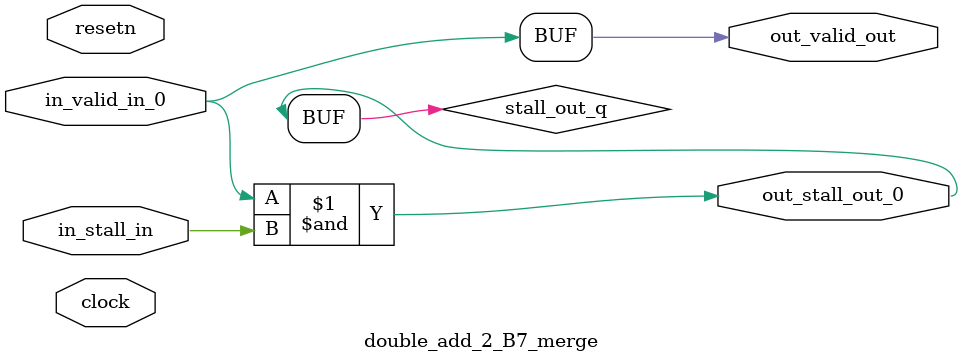
<source format=sv>



(* altera_attribute = "-name AUTO_SHIFT_REGISTER_RECOGNITION OFF; -name MESSAGE_DISABLE 10036; -name MESSAGE_DISABLE 10037; -name MESSAGE_DISABLE 14130; -name MESSAGE_DISABLE 14320; -name MESSAGE_DISABLE 15400; -name MESSAGE_DISABLE 14130; -name MESSAGE_DISABLE 10036; -name MESSAGE_DISABLE 12020; -name MESSAGE_DISABLE 12030; -name MESSAGE_DISABLE 12010; -name MESSAGE_DISABLE 12110; -name MESSAGE_DISABLE 14320; -name MESSAGE_DISABLE 13410; -name MESSAGE_DISABLE 113007; -name MESSAGE_DISABLE 10958" *)
module double_add_2_B7_merge (
    input wire [0:0] in_stall_in,
    input wire [0:0] in_valid_in_0,
    output wire [0:0] out_stall_out_0,
    output wire [0:0] out_valid_out,
    input wire clock,
    input wire resetn
    );

    wire [0:0] stall_out_q;


    // stall_out(LOGICAL,6)
    assign stall_out_q = in_valid_in_0 & in_stall_in;

    // out_stall_out_0(GPOUT,4)
    assign out_stall_out_0 = stall_out_q;

    // out_valid_out(GPOUT,5)
    assign out_valid_out = in_valid_in_0;

endmodule

</source>
